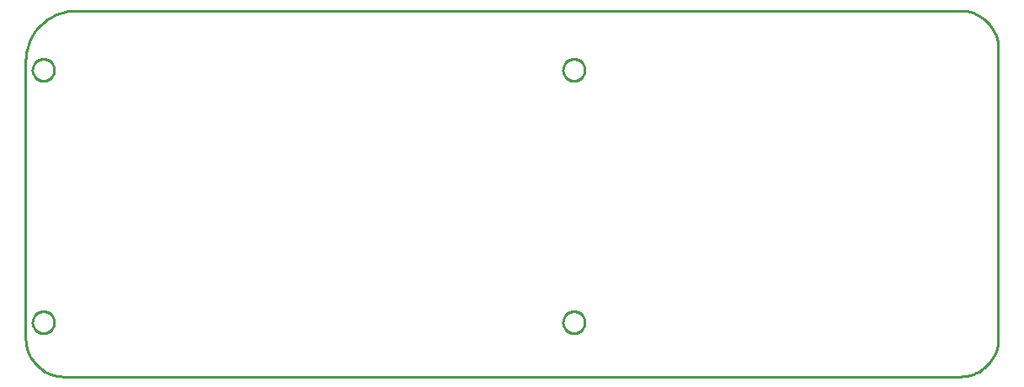
<source format=gbr>
G04 EAGLE Gerber RS-274X export*
G75*
%MOMM*%
%FSLAX34Y34*%
%LPD*%
%IN*%
%IPPOS*%
%AMOC8*
5,1,8,0,0,1.08239X$1,22.5*%
G01*
%ADD10C,0.254000*%


D10*
X6350Y41910D02*
X6495Y38589D01*
X6929Y35294D01*
X7648Y32049D01*
X8648Y28879D01*
X9920Y25808D01*
X11454Y22860D01*
X13240Y20057D01*
X15264Y17420D01*
X17509Y14969D01*
X19960Y12724D01*
X22597Y10700D01*
X25400Y8914D01*
X28348Y7380D01*
X31419Y6108D01*
X34589Y5108D01*
X37834Y4389D01*
X41129Y3955D01*
X44450Y3810D01*
X946150Y3810D01*
X949471Y3955D01*
X952766Y4389D01*
X956011Y5108D01*
X959181Y6108D01*
X962252Y7380D01*
X965200Y8914D01*
X968003Y10700D01*
X970640Y12724D01*
X973091Y14969D01*
X975336Y17420D01*
X977360Y20057D01*
X979146Y22860D01*
X980680Y25808D01*
X981952Y28879D01*
X982952Y32049D01*
X983671Y35294D01*
X984105Y38589D01*
X984250Y41910D01*
X984250Y334010D01*
X984105Y337331D01*
X983671Y340626D01*
X982952Y343871D01*
X981952Y347041D01*
X980680Y350112D01*
X979146Y353060D01*
X977360Y355863D01*
X975336Y358500D01*
X973091Y360951D01*
X970640Y363196D01*
X968003Y365220D01*
X965200Y367006D01*
X962252Y368540D01*
X959181Y369812D01*
X956011Y370812D01*
X952766Y371531D01*
X949471Y371965D01*
X946150Y372110D01*
X57150Y372110D01*
X52723Y371917D01*
X48329Y371338D01*
X44002Y370379D01*
X39775Y369046D01*
X35681Y367350D01*
X31750Y365304D01*
X28012Y362923D01*
X24496Y360225D01*
X21229Y357231D01*
X18235Y353964D01*
X15537Y350448D01*
X13156Y346710D01*
X11110Y342779D01*
X9414Y338685D01*
X8081Y334458D01*
X7122Y330131D01*
X6543Y325738D01*
X6350Y321310D01*
X6350Y41910D01*
X35130Y311988D02*
X35062Y311126D01*
X34927Y310272D01*
X34725Y309432D01*
X34458Y308610D01*
X34127Y307811D01*
X33735Y307041D01*
X33283Y306304D01*
X32775Y305605D01*
X32214Y304947D01*
X31603Y304336D01*
X30945Y303775D01*
X30246Y303267D01*
X29509Y302815D01*
X28739Y302423D01*
X27940Y302092D01*
X27118Y301825D01*
X26278Y301623D01*
X25424Y301488D01*
X24562Y301420D01*
X23698Y301420D01*
X22836Y301488D01*
X21982Y301623D01*
X21142Y301825D01*
X20320Y302092D01*
X19521Y302423D01*
X18751Y302815D01*
X18014Y303267D01*
X17315Y303775D01*
X16657Y304336D01*
X16046Y304947D01*
X15485Y305605D01*
X14977Y306304D01*
X14525Y307041D01*
X14133Y307811D01*
X13802Y308610D01*
X13535Y309432D01*
X13333Y310272D01*
X13198Y311126D01*
X13130Y311988D01*
X13130Y312852D01*
X13198Y313714D01*
X13333Y314568D01*
X13535Y315408D01*
X13802Y316230D01*
X14133Y317029D01*
X14525Y317799D01*
X14977Y318536D01*
X15485Y319235D01*
X16046Y319893D01*
X16657Y320504D01*
X17315Y321065D01*
X18014Y321573D01*
X18751Y322025D01*
X19521Y322417D01*
X20320Y322748D01*
X21142Y323015D01*
X21982Y323217D01*
X22836Y323352D01*
X23698Y323420D01*
X24562Y323420D01*
X25424Y323352D01*
X26278Y323217D01*
X27118Y323015D01*
X27940Y322748D01*
X28739Y322417D01*
X29509Y322025D01*
X30246Y321573D01*
X30945Y321065D01*
X31603Y320504D01*
X32214Y319893D01*
X32775Y319235D01*
X33283Y318536D01*
X33735Y317799D01*
X34127Y317029D01*
X34458Y316230D01*
X34725Y315408D01*
X34927Y314568D01*
X35062Y313714D01*
X35130Y312852D01*
X35130Y311988D01*
X35130Y57988D02*
X35062Y57126D01*
X34927Y56272D01*
X34725Y55432D01*
X34458Y54610D01*
X34127Y53811D01*
X33735Y53041D01*
X33283Y52304D01*
X32775Y51605D01*
X32214Y50947D01*
X31603Y50336D01*
X30945Y49775D01*
X30246Y49267D01*
X29509Y48815D01*
X28739Y48423D01*
X27940Y48092D01*
X27118Y47825D01*
X26278Y47623D01*
X25424Y47488D01*
X24562Y47420D01*
X23698Y47420D01*
X22836Y47488D01*
X21982Y47623D01*
X21142Y47825D01*
X20320Y48092D01*
X19521Y48423D01*
X18751Y48815D01*
X18014Y49267D01*
X17315Y49775D01*
X16657Y50336D01*
X16046Y50947D01*
X15485Y51605D01*
X14977Y52304D01*
X14525Y53041D01*
X14133Y53811D01*
X13802Y54610D01*
X13535Y55432D01*
X13333Y56272D01*
X13198Y57126D01*
X13130Y57988D01*
X13130Y58852D01*
X13198Y59714D01*
X13333Y60568D01*
X13535Y61408D01*
X13802Y62230D01*
X14133Y63029D01*
X14525Y63799D01*
X14977Y64536D01*
X15485Y65235D01*
X16046Y65893D01*
X16657Y66504D01*
X17315Y67065D01*
X18014Y67573D01*
X18751Y68025D01*
X19521Y68417D01*
X20320Y68748D01*
X21142Y69015D01*
X21982Y69217D01*
X22836Y69352D01*
X23698Y69420D01*
X24562Y69420D01*
X25424Y69352D01*
X26278Y69217D01*
X27118Y69015D01*
X27940Y68748D01*
X28739Y68417D01*
X29509Y68025D01*
X30246Y67573D01*
X30945Y67065D01*
X31603Y66504D01*
X32214Y65893D01*
X32775Y65235D01*
X33283Y64536D01*
X33735Y63799D01*
X34127Y63029D01*
X34458Y62230D01*
X34725Y61408D01*
X34927Y60568D01*
X35062Y59714D01*
X35130Y58852D01*
X35130Y57988D01*
X568530Y57988D02*
X568462Y57126D01*
X568327Y56272D01*
X568125Y55432D01*
X567858Y54610D01*
X567527Y53811D01*
X567135Y53041D01*
X566683Y52304D01*
X566175Y51605D01*
X565614Y50947D01*
X565003Y50336D01*
X564345Y49775D01*
X563646Y49267D01*
X562909Y48815D01*
X562139Y48423D01*
X561340Y48092D01*
X560518Y47825D01*
X559678Y47623D01*
X558824Y47488D01*
X557962Y47420D01*
X557098Y47420D01*
X556236Y47488D01*
X555382Y47623D01*
X554542Y47825D01*
X553720Y48092D01*
X552921Y48423D01*
X552151Y48815D01*
X551414Y49267D01*
X550715Y49775D01*
X550057Y50336D01*
X549446Y50947D01*
X548885Y51605D01*
X548377Y52304D01*
X547925Y53041D01*
X547533Y53811D01*
X547202Y54610D01*
X546935Y55432D01*
X546733Y56272D01*
X546598Y57126D01*
X546530Y57988D01*
X546530Y58852D01*
X546598Y59714D01*
X546733Y60568D01*
X546935Y61408D01*
X547202Y62230D01*
X547533Y63029D01*
X547925Y63799D01*
X548377Y64536D01*
X548885Y65235D01*
X549446Y65893D01*
X550057Y66504D01*
X550715Y67065D01*
X551414Y67573D01*
X552151Y68025D01*
X552921Y68417D01*
X553720Y68748D01*
X554542Y69015D01*
X555382Y69217D01*
X556236Y69352D01*
X557098Y69420D01*
X557962Y69420D01*
X558824Y69352D01*
X559678Y69217D01*
X560518Y69015D01*
X561340Y68748D01*
X562139Y68417D01*
X562909Y68025D01*
X563646Y67573D01*
X564345Y67065D01*
X565003Y66504D01*
X565614Y65893D01*
X566175Y65235D01*
X566683Y64536D01*
X567135Y63799D01*
X567527Y63029D01*
X567858Y62230D01*
X568125Y61408D01*
X568327Y60568D01*
X568462Y59714D01*
X568530Y58852D01*
X568530Y57988D01*
X568530Y311988D02*
X568462Y311126D01*
X568327Y310272D01*
X568125Y309432D01*
X567858Y308610D01*
X567527Y307811D01*
X567135Y307041D01*
X566683Y306304D01*
X566175Y305605D01*
X565614Y304947D01*
X565003Y304336D01*
X564345Y303775D01*
X563646Y303267D01*
X562909Y302815D01*
X562139Y302423D01*
X561340Y302092D01*
X560518Y301825D01*
X559678Y301623D01*
X558824Y301488D01*
X557962Y301420D01*
X557098Y301420D01*
X556236Y301488D01*
X555382Y301623D01*
X554542Y301825D01*
X553720Y302092D01*
X552921Y302423D01*
X552151Y302815D01*
X551414Y303267D01*
X550715Y303775D01*
X550057Y304336D01*
X549446Y304947D01*
X548885Y305605D01*
X548377Y306304D01*
X547925Y307041D01*
X547533Y307811D01*
X547202Y308610D01*
X546935Y309432D01*
X546733Y310272D01*
X546598Y311126D01*
X546530Y311988D01*
X546530Y312852D01*
X546598Y313714D01*
X546733Y314568D01*
X546935Y315408D01*
X547202Y316230D01*
X547533Y317029D01*
X547925Y317799D01*
X548377Y318536D01*
X548885Y319235D01*
X549446Y319893D01*
X550057Y320504D01*
X550715Y321065D01*
X551414Y321573D01*
X552151Y322025D01*
X552921Y322417D01*
X553720Y322748D01*
X554542Y323015D01*
X555382Y323217D01*
X556236Y323352D01*
X557098Y323420D01*
X557962Y323420D01*
X558824Y323352D01*
X559678Y323217D01*
X560518Y323015D01*
X561340Y322748D01*
X562139Y322417D01*
X562909Y322025D01*
X563646Y321573D01*
X564345Y321065D01*
X565003Y320504D01*
X565614Y319893D01*
X566175Y319235D01*
X566683Y318536D01*
X567135Y317799D01*
X567527Y317029D01*
X567858Y316230D01*
X568125Y315408D01*
X568327Y314568D01*
X568462Y313714D01*
X568530Y312852D01*
X568530Y311988D01*
M02*

</source>
